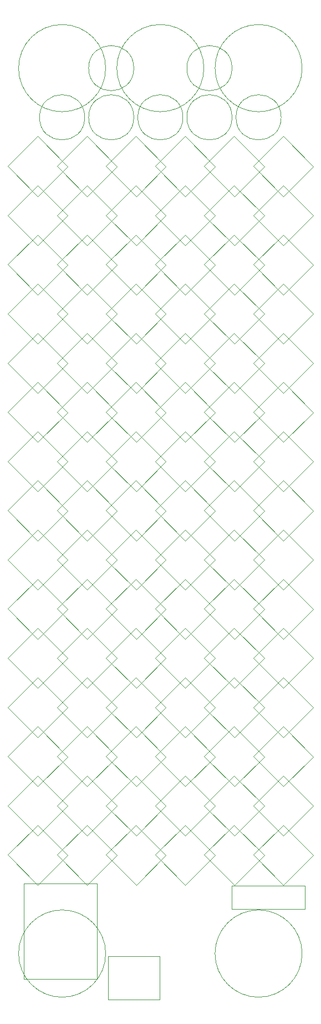
<source format=gbr>
%TF.GenerationSoftware,KiCad,Pcbnew,7.0.6-7.0.6~ubuntu22.04.1*%
%TF.CreationDate,2023-08-02T18:39:05+01:00*%
%TF.ProjectId,working,776f726b-696e-4672-9e6b-696361645f70,rev?*%
%TF.SameCoordinates,Original*%
%TF.FileFunction,Other,User*%
%FSLAX46Y46*%
G04 Gerber Fmt 4.6, Leading zero omitted, Abs format (unit mm)*
G04 Created by KiCad (PCBNEW 7.0.6-7.0.6~ubuntu22.04.1) date 2023-08-02 18:39:05*
%MOMM*%
%LPD*%
G01*
G04 APERTURE LIST*
%ADD10C,0.050000*%
G04 APERTURE END LIST*
D10*
%TO.C,L74*%
X-15792955Y37553239D02*
X-11196761Y32957045D01*
X-11196761Y32957045D02*
X-6635922Y37517883D01*
X-11232117Y42114078D02*
X-15792955Y37553239D01*
X-6635922Y37517883D02*
X-11232117Y42114078D01*
%TO.C,L17*%
X6707045Y-37446761D02*
X11303239Y-42042955D01*
X11303239Y-42042955D02*
X15864078Y-37482117D01*
X11267883Y-32885922D02*
X6707045Y-37446761D01*
X15864078Y-37482117D02*
X11267883Y-32885922D01*
%TO.C,L88*%
X-792955Y52553239D02*
X3803239Y47957045D01*
X3803239Y47957045D02*
X8364078Y52517883D01*
X3767883Y57114078D02*
X-792955Y52553239D01*
X8364078Y52517883D02*
X3767883Y57114078D01*
%TO.C,L90*%
X14207045Y52553239D02*
X18803239Y47957045D01*
X18803239Y47957045D02*
X23364078Y52517883D01*
X18767883Y57114078D02*
X14207045Y52553239D01*
X23364078Y52517883D02*
X18767883Y57114078D01*
%TO.C,L10*%
X-792955Y-44946761D02*
X3803239Y-49542955D01*
X3803239Y-49542955D02*
X8364078Y-44982117D01*
X3767883Y-40385922D02*
X-792955Y-44946761D01*
X8364078Y-44982117D02*
X3767883Y-40385922D01*
%TO.C,J3*%
X-7940000Y-67935000D02*
X-7940000Y-74495000D01*
X-7940000Y-74495000D02*
X-140000Y-74495000D01*
X-140000Y-67935000D02*
X-7940000Y-67935000D01*
X-140000Y-74495000D02*
X-140000Y-67935000D01*
%TO.C,L70*%
X-792955Y30053239D02*
X3803239Y25457045D01*
X3803239Y25457045D02*
X8364078Y30017883D01*
X3767883Y34614078D02*
X-792955Y30053239D01*
X8364078Y30017883D02*
X3767883Y34614078D01*
%TO.C,L80*%
X-15792955Y45053239D02*
X-11196761Y40457045D01*
X-11196761Y40457045D02*
X-6635922Y45017883D01*
X-11232117Y49614078D02*
X-15792955Y45053239D01*
X-6635922Y45017883D02*
X-11232117Y49614078D01*
%TO.C,L13*%
X-23292955Y-37446761D02*
X-18696761Y-42042955D01*
X-18696761Y-42042955D02*
X-14135922Y-37482117D01*
X-18732117Y-32885922D02*
X-23292955Y-37446761D01*
X-14135922Y-37482117D02*
X-18732117Y-32885922D01*
%TO.C,L9*%
X-8292955Y-44946761D02*
X-3696761Y-49542955D01*
X-3696761Y-49542955D02*
X864078Y-44982117D01*
X-3732117Y-40385922D02*
X-8292955Y-44946761D01*
X864078Y-44982117D02*
X-3732117Y-40385922D01*
%TO.C,J2*%
X10900000Y-60728000D02*
X22100000Y-60728000D01*
X22100000Y-60728000D02*
X22100000Y-57128000D01*
X10900000Y-57128000D02*
X10900000Y-60728000D01*
X22100000Y-57128000D02*
X10900000Y-57128000D01*
%TO.C,L86*%
X-15792955Y52553239D02*
X-11196761Y47957045D01*
X-11196761Y47957045D02*
X-6635922Y52517883D01*
X-11232117Y57114078D02*
X-15792955Y52553239D01*
X-6635922Y52517883D02*
X-11232117Y57114078D01*
%TO.C,L71*%
X6707045Y30053239D02*
X11303239Y25457045D01*
X11303239Y25457045D02*
X15864078Y30017883D01*
X11267883Y34614078D02*
X6707045Y30053239D01*
X15864078Y30017883D02*
X11267883Y34614078D01*
%TO.C,L69*%
X-8292955Y30053239D02*
X-3696761Y25457045D01*
X-3696761Y25457045D02*
X864078Y30017883D01*
X-3732117Y34614078D02*
X-8292955Y30053239D01*
X864078Y30017883D02*
X-3732117Y34614078D01*
%TO.C,L72*%
X14207045Y30053239D02*
X18803239Y25457045D01*
X18803239Y25457045D02*
X23364078Y30017883D01*
X18767883Y34614078D02*
X14207045Y30053239D01*
X23364078Y30017883D02*
X18767883Y34614078D01*
%TO.C,L63*%
X-8292955Y22553239D02*
X-3696761Y17957045D01*
X-3696761Y17957045D02*
X864078Y22517883D01*
X-3732117Y27114078D02*
X-8292955Y22553239D01*
X864078Y22517883D02*
X-3732117Y27114078D01*
%TO.C,L20*%
X-15792955Y-29946761D02*
X-11196761Y-34542955D01*
X-11196761Y-34542955D02*
X-6635922Y-29982117D01*
X-11232117Y-25385922D02*
X-15792955Y-29946761D01*
X-6635922Y-29982117D02*
X-11232117Y-25385922D01*
%TO.C,L87*%
X-8292955Y52553239D02*
X-3696761Y47957045D01*
X-3696761Y47957045D02*
X864078Y52517883D01*
X-3732117Y57114078D02*
X-8292955Y52553239D01*
X864078Y52517883D02*
X-3732117Y57114078D01*
%TO.C,H13*%
X10950000Y60000000D02*
G75*
G03*
X10950000Y60000000I-3450000J0D01*
G01*
%TO.C,L58*%
X-792955Y15053239D02*
X3803239Y10457045D01*
X3803239Y10457045D02*
X8364078Y15017883D01*
X3767883Y19614078D02*
X-792955Y15053239D01*
X8364078Y15017883D02*
X3767883Y19614078D01*
%TO.C,L42*%
X14207045Y-7446761D02*
X18803239Y-12042955D01*
X18803239Y-12042955D02*
X23364078Y-7482117D01*
X18767883Y-2885922D02*
X14207045Y-7446761D01*
X23364078Y-7482117D02*
X18767883Y-2885922D01*
%TO.C,L16*%
X-792955Y-37446761D02*
X3803239Y-42042955D01*
X3803239Y-42042955D02*
X8364078Y-37482117D01*
X3767883Y-32885922D02*
X-792955Y-37446761D01*
X8364078Y-37482117D02*
X3767883Y-32885922D01*
%TO.C,L79*%
X-23292955Y45053239D02*
X-18696761Y40457045D01*
X-18696761Y40457045D02*
X-14135922Y45017883D01*
X-18732117Y49614078D02*
X-23292955Y45053239D01*
X-14135922Y45017883D02*
X-18732117Y49614078D01*
%TO.C,L45*%
X-8292955Y53239D02*
X-3696761Y-4542955D01*
X-3696761Y-4542955D02*
X864078Y17883D01*
X-3732117Y4614078D02*
X-8292955Y53239D01*
X864078Y17883D02*
X-3732117Y4614078D01*
%TO.C,L38*%
X-15792955Y-7446761D02*
X-11196761Y-12042955D01*
X-11196761Y-12042955D02*
X-6635922Y-7482117D01*
X-11232117Y-2885922D02*
X-15792955Y-7446761D01*
X-6635922Y-7482117D02*
X-11232117Y-2885922D01*
%TO.C,H2*%
X21650000Y-67500000D02*
G75*
G03*
X21650000Y-67500000I-6650000J0D01*
G01*
%TO.C,L85*%
X-23292955Y52553239D02*
X-18696761Y47957045D01*
X-18696761Y47957045D02*
X-14135922Y52517883D01*
X-18732117Y57114078D02*
X-23292955Y52553239D01*
X-14135922Y52517883D02*
X-18732117Y57114078D01*
%TO.C,L1*%
X-23292955Y-52446761D02*
X-18696761Y-57042955D01*
X-18696761Y-57042955D02*
X-14135922Y-52482117D01*
X-18732117Y-47885922D02*
X-23292955Y-52446761D01*
X-14135922Y-52482117D02*
X-18732117Y-47885922D01*
%TO.C,L61*%
X-23292955Y22553239D02*
X-18696761Y17957045D01*
X-18696761Y17957045D02*
X-14135922Y22517883D01*
X-18732117Y27114078D02*
X-23292955Y22553239D01*
X-14135922Y22517883D02*
X-18732117Y27114078D01*
%TO.C,L89*%
X6707045Y52553239D02*
X11303239Y47957045D01*
X11303239Y47957045D02*
X15864078Y52517883D01*
X11267883Y57114078D02*
X6707045Y52553239D01*
X15864078Y52517883D02*
X11267883Y57114078D01*
%TO.C,L4*%
X-792955Y-52446761D02*
X3803239Y-57042955D01*
X3803239Y-57042955D02*
X8364078Y-52482117D01*
X3767883Y-47885922D02*
X-792955Y-52446761D01*
X8364078Y-52482117D02*
X3767883Y-47885922D01*
%TO.C,H12*%
X3450000Y60000000D02*
G75*
G03*
X3450000Y60000000I-3450000J0D01*
G01*
%TO.C,L50*%
X-15792955Y7553239D02*
X-11196761Y2957045D01*
X-11196761Y2957045D02*
X-6635922Y7517883D01*
X-11232117Y12114078D02*
X-15792955Y7553239D01*
X-6635922Y7517883D02*
X-11232117Y12114078D01*
%TO.C,L75*%
X-8292955Y37553239D02*
X-3696761Y32957045D01*
X-3696761Y32957045D02*
X864078Y37517883D01*
X-3732117Y42114078D02*
X-8292955Y37553239D01*
X864078Y37517883D02*
X-3732117Y42114078D01*
%TO.C,L3*%
X-8292955Y-52446761D02*
X-3696761Y-57042955D01*
X-3696761Y-57042955D02*
X864078Y-52482117D01*
X-3732117Y-47885922D02*
X-8292955Y-52446761D01*
X864078Y-52482117D02*
X-3732117Y-47885922D01*
%TO.C,H5*%
X21650000Y67500000D02*
G75*
G03*
X21650000Y67500000I-6650000J0D01*
G01*
%TO.C,L76*%
X-792955Y37553239D02*
X3803239Y32957045D01*
X3803239Y32957045D02*
X8364078Y37517883D01*
X3767883Y42114078D02*
X-792955Y37553239D01*
X8364078Y37517883D02*
X3767883Y42114078D01*
%TO.C,L27*%
X-8292955Y-22446761D02*
X-3696761Y-27042955D01*
X-3696761Y-27042955D02*
X864078Y-22482117D01*
X-3732117Y-17885922D02*
X-8292955Y-22446761D01*
X864078Y-22482117D02*
X-3732117Y-17885922D01*
%TO.C,L7*%
X-23292955Y-44946761D02*
X-18696761Y-49542955D01*
X-18696761Y-49542955D02*
X-14135922Y-44982117D01*
X-18732117Y-40385922D02*
X-23292955Y-44946761D01*
X-14135922Y-44982117D02*
X-18732117Y-40385922D01*
%TO.C,L64*%
X-792955Y22553239D02*
X3803239Y17957045D01*
X3803239Y17957045D02*
X8364078Y22517883D01*
X3767883Y27114078D02*
X-792955Y22553239D01*
X8364078Y22517883D02*
X3767883Y27114078D01*
%TO.C,L35*%
X6707045Y-14946761D02*
X11303239Y-19542955D01*
X11303239Y-19542955D02*
X15864078Y-14982117D01*
X11267883Y-10385922D02*
X6707045Y-14946761D01*
X15864078Y-14982117D02*
X11267883Y-10385922D01*
%TO.C,L12*%
X14207045Y-44946761D02*
X18803239Y-49542955D01*
X18803239Y-49542955D02*
X23364078Y-44982117D01*
X18767883Y-40385922D02*
X14207045Y-44946761D01*
X23364078Y-44982117D02*
X18767883Y-40385922D01*
%TO.C,L65*%
X6707045Y22553239D02*
X11303239Y17957045D01*
X11303239Y17957045D02*
X15864078Y22517883D01*
X11267883Y27114078D02*
X6707045Y22553239D01*
X15864078Y22517883D02*
X11267883Y27114078D01*
%TO.C,L53*%
X6707045Y7553239D02*
X11303239Y2957045D01*
X11303239Y2957045D02*
X15864078Y7517883D01*
X11267883Y12114078D02*
X6707045Y7553239D01*
X15864078Y7517883D02*
X11267883Y12114078D01*
%TO.C,L60*%
X14207045Y15053239D02*
X18803239Y10457045D01*
X18803239Y10457045D02*
X23364078Y15017883D01*
X18767883Y19614078D02*
X14207045Y15053239D01*
X23364078Y15017883D02*
X18767883Y19614078D01*
%TO.C,L78*%
X14207045Y37553239D02*
X18803239Y32957045D01*
X18803239Y32957045D02*
X23364078Y37517883D01*
X18767883Y42114078D02*
X14207045Y37553239D01*
X23364078Y37517883D02*
X18767883Y42114078D01*
%TO.C,L23*%
X6707045Y-29946761D02*
X11303239Y-34542955D01*
X11303239Y-34542955D02*
X15864078Y-29982117D01*
X11267883Y-25385922D02*
X6707045Y-29946761D01*
X15864078Y-29982117D02*
X11267883Y-25385922D01*
%TO.C,L41*%
X6707045Y-7446761D02*
X11303239Y-12042955D01*
X11303239Y-12042955D02*
X15864078Y-7482117D01*
X11267883Y-2885922D02*
X6707045Y-7446761D01*
X15864078Y-7482117D02*
X11267883Y-2885922D01*
%TO.C,L83*%
X6707045Y45053239D02*
X11303239Y40457045D01*
X11303239Y40457045D02*
X15864078Y45017883D01*
X11267883Y49614078D02*
X6707045Y45053239D01*
X15864078Y45017883D02*
X11267883Y49614078D01*
%TO.C,L2*%
X-15792955Y-52446761D02*
X-11196761Y-57042955D01*
X-11196761Y-57042955D02*
X-6635922Y-52482117D01*
X-11232117Y-47885922D02*
X-15792955Y-52446761D01*
X-6635922Y-52482117D02*
X-11232117Y-47885922D01*
%TO.C,L15*%
X-8292955Y-37446761D02*
X-3696761Y-42042955D01*
X-3696761Y-42042955D02*
X864078Y-37482117D01*
X-3732117Y-32885922D02*
X-8292955Y-37446761D01*
X864078Y-37482117D02*
X-3732117Y-32885922D01*
%TO.C,L6*%
X14207045Y-52446761D02*
X18803239Y-57042955D01*
X18803239Y-57042955D02*
X23364078Y-52482117D01*
X18767883Y-47885922D02*
X14207045Y-52446761D01*
X23364078Y-52482117D02*
X18767883Y-47885922D01*
%TO.C,L22*%
X-792955Y-29946761D02*
X3803239Y-34542955D01*
X3803239Y-34542955D02*
X8364078Y-29982117D01*
X3767883Y-25385922D02*
X-792955Y-29946761D01*
X8364078Y-29982117D02*
X3767883Y-25385922D01*
%TO.C,L48*%
X14207045Y53239D02*
X18803239Y-4542955D01*
X18803239Y-4542955D02*
X23364078Y17883D01*
X18767883Y4614078D02*
X14207045Y53239D01*
X23364078Y17883D02*
X18767883Y4614078D01*
%TO.C,H4*%
X6650000Y67500000D02*
G75*
G03*
X6650000Y67500000I-6650000J0D01*
G01*
%TO.C,L55*%
X-23292955Y15053239D02*
X-18696761Y10457045D01*
X-18696761Y10457045D02*
X-14135922Y15017883D01*
X-18732117Y19614078D02*
X-23292955Y15053239D01*
X-14135922Y15017883D02*
X-18732117Y19614078D01*
%TO.C,L66*%
X14207045Y22553239D02*
X18803239Y17957045D01*
X18803239Y17957045D02*
X23364078Y22517883D01*
X18767883Y27114078D02*
X14207045Y22553239D01*
X23364078Y22517883D02*
X18767883Y27114078D01*
%TO.C,L5*%
X6707045Y-52446761D02*
X11303239Y-57042955D01*
X11303239Y-57042955D02*
X15864078Y-52482117D01*
X11267883Y-47885922D02*
X6707045Y-52446761D01*
X15864078Y-52482117D02*
X11267883Y-47885922D01*
%TO.C,L34*%
X-792955Y-14946761D02*
X3803239Y-19542955D01*
X3803239Y-19542955D02*
X8364078Y-14982117D01*
X3767883Y-10385922D02*
X-792955Y-14946761D01*
X8364078Y-14982117D02*
X3767883Y-10385922D01*
%TO.C,L30*%
X14207045Y-22446761D02*
X18803239Y-27042955D01*
X18803239Y-27042955D02*
X23364078Y-22482117D01*
X18767883Y-17885922D02*
X14207045Y-22446761D01*
X23364078Y-22482117D02*
X18767883Y-17885922D01*
%TO.C,L59*%
X6707045Y15053239D02*
X11303239Y10457045D01*
X11303239Y10457045D02*
X15864078Y15017883D01*
X11267883Y19614078D02*
X6707045Y15053239D01*
X15864078Y15017883D02*
X11267883Y19614078D01*
%TO.C,L11*%
X6707045Y-44946761D02*
X11303239Y-49542955D01*
X11303239Y-49542955D02*
X15864078Y-44982117D01*
X11267883Y-40385922D02*
X6707045Y-44946761D01*
X15864078Y-44982117D02*
X11267883Y-40385922D01*
%TO.C,L46*%
X-792955Y53239D02*
X3803239Y-4542955D01*
X3803239Y-4542955D02*
X8364078Y17883D01*
X3767883Y4614078D02*
X-792955Y53239D01*
X8364078Y17883D02*
X3767883Y4614078D01*
%TO.C,H10*%
X-11550000Y60000000D02*
G75*
G03*
X-11550000Y60000000I-3450000J0D01*
G01*
%TO.C,L82*%
X-792955Y45053239D02*
X3803239Y40457045D01*
X3803239Y40457045D02*
X8364078Y45017883D01*
X3767883Y49614078D02*
X-792955Y45053239D01*
X8364078Y45017883D02*
X3767883Y49614078D01*
%TO.C,L19*%
X-23292955Y-29946761D02*
X-18696761Y-34542955D01*
X-18696761Y-34542955D02*
X-14135922Y-29982117D01*
X-18732117Y-25385922D02*
X-23292955Y-29946761D01*
X-14135922Y-29982117D02*
X-18732117Y-25385922D01*
%TO.C,L73*%
X-23292955Y37553239D02*
X-18696761Y32957045D01*
X-18696761Y32957045D02*
X-14135922Y37517883D01*
X-18732117Y42114078D02*
X-23292955Y37553239D01*
X-14135922Y37517883D02*
X-18732117Y42114078D01*
%TO.C,L44*%
X-15792955Y53239D02*
X-11196761Y-4542955D01*
X-11196761Y-4542955D02*
X-6635922Y17883D01*
X-11232117Y4614078D02*
X-15792955Y53239D01*
X-6635922Y17883D02*
X-11232117Y4614078D01*
%TO.C,L33*%
X-8292955Y-14946761D02*
X-3696761Y-19542955D01*
X-3696761Y-19542955D02*
X864078Y-14982117D01*
X-3732117Y-10385922D02*
X-8292955Y-14946761D01*
X864078Y-14982117D02*
X-3732117Y-10385922D01*
%TO.C,L21*%
X-8292955Y-29946761D02*
X-3696761Y-34542955D01*
X-3696761Y-34542955D02*
X864078Y-29982117D01*
X-3732117Y-25385922D02*
X-8292955Y-29946761D01*
X864078Y-29982117D02*
X-3732117Y-25385922D01*
%TO.C,L31*%
X-23292955Y-14946761D02*
X-18696761Y-19542955D01*
X-18696761Y-19542955D02*
X-14135922Y-14982117D01*
X-18732117Y-10385922D02*
X-23292955Y-14946761D01*
X-14135922Y-14982117D02*
X-18732117Y-10385922D01*
%TO.C,L25*%
X-23292955Y-22446761D02*
X-18696761Y-27042955D01*
X-18696761Y-27042955D02*
X-14135922Y-22482117D01*
X-18732117Y-17885922D02*
X-23292955Y-22446761D01*
X-14135922Y-22482117D02*
X-18732117Y-17885922D01*
%TO.C,L40*%
X-792955Y-7446761D02*
X3803239Y-12042955D01*
X3803239Y-12042955D02*
X8364078Y-7482117D01*
X3767883Y-2885922D02*
X-792955Y-7446761D01*
X8364078Y-7482117D02*
X3767883Y-2885922D01*
%TO.C,L24*%
X14207045Y-29946761D02*
X18803239Y-34542955D01*
X18803239Y-34542955D02*
X23364078Y-29982117D01*
X18767883Y-25385922D02*
X14207045Y-29946761D01*
X23364078Y-29982117D02*
X18767883Y-25385922D01*
%TO.C,L57*%
X-8292955Y15053239D02*
X-3696761Y10457045D01*
X-3696761Y10457045D02*
X864078Y15017883D01*
X-3732117Y19614078D02*
X-8292955Y15053239D01*
X864078Y15017883D02*
X-3732117Y19614078D01*
%TO.C,H1*%
X-8350000Y-67500000D02*
G75*
G03*
X-8350000Y-67500000I-6650000J0D01*
G01*
%TO.C,L43*%
X-23292955Y53239D02*
X-18696761Y-4542955D01*
X-18696761Y-4542955D02*
X-14135922Y17883D01*
X-18732117Y4614078D02*
X-23292955Y53239D01*
X-14135922Y17883D02*
X-18732117Y4614078D01*
%TO.C,L36*%
X14207045Y-14946761D02*
X18803239Y-19542955D01*
X18803239Y-19542955D02*
X23364078Y-14982117D01*
X18767883Y-10385922D02*
X14207045Y-14946761D01*
X23364078Y-14982117D02*
X18767883Y-10385922D01*
%TO.C,L77*%
X6707045Y37553239D02*
X11303239Y32957045D01*
X11303239Y32957045D02*
X15864078Y37517883D01*
X11267883Y42114078D02*
X6707045Y37553239D01*
X15864078Y37517883D02*
X11267883Y42114078D01*
%TO.C,L51*%
X-8292955Y7553239D02*
X-3696761Y2957045D01*
X-3696761Y2957045D02*
X864078Y7517883D01*
X-3732117Y12114078D02*
X-8292955Y7553239D01*
X864078Y7517883D02*
X-3732117Y12114078D01*
%TO.C,L8*%
X-15792955Y-44946761D02*
X-11196761Y-49542955D01*
X-11196761Y-49542955D02*
X-6635922Y-44982117D01*
X-11232117Y-40385922D02*
X-15792955Y-44946761D01*
X-6635922Y-44982117D02*
X-11232117Y-40385922D01*
%TO.C,H3*%
X-8350000Y67500000D02*
G75*
G03*
X-8350000Y67500000I-6650000J0D01*
G01*
%TO.C,L49*%
X-23292955Y7553239D02*
X-18696761Y2957045D01*
X-18696761Y2957045D02*
X-14135922Y7517883D01*
X-18732117Y12114078D02*
X-23292955Y7553239D01*
X-14135922Y7517883D02*
X-18732117Y12114078D01*
%TO.C,L18*%
X14207045Y-37446761D02*
X18803239Y-42042955D01*
X18803239Y-42042955D02*
X23364078Y-37482117D01*
X18767883Y-32885922D02*
X14207045Y-37446761D01*
X23364078Y-37482117D02*
X18767883Y-32885922D01*
%TO.C,L14*%
X-15792955Y-37446761D02*
X-11196761Y-42042955D01*
X-11196761Y-42042955D02*
X-6635922Y-37482117D01*
X-11232117Y-32885922D02*
X-15792955Y-37446761D01*
X-6635922Y-37482117D02*
X-11232117Y-32885922D01*
%TO.C,L28*%
X-792955Y-22446761D02*
X3803239Y-27042955D01*
X3803239Y-27042955D02*
X8364078Y-22482117D01*
X3767883Y-17885922D02*
X-792955Y-22446761D01*
X8364078Y-22482117D02*
X3767883Y-17885922D01*
%TO.C,L37*%
X-23292955Y-7446761D02*
X-18696761Y-12042955D01*
X-18696761Y-12042955D02*
X-14135922Y-7482117D01*
X-18732117Y-2885922D02*
X-23292955Y-7446761D01*
X-14135922Y-7482117D02*
X-18732117Y-2885922D01*
%TO.C,H14*%
X18450000Y60000000D02*
G75*
G03*
X18450000Y60000000I-3450000J0D01*
G01*
%TO.C,H15*%
X-4050000Y67500000D02*
G75*
G03*
X-4050000Y67500000I-3450000J0D01*
G01*
%TO.C,J1*%
X-9660000Y-56855000D02*
X-9660000Y-71415000D01*
X-20820000Y-56855000D02*
X-9660000Y-56855000D01*
X-9660000Y-71415000D02*
X-20820000Y-71415000D01*
X-20820000Y-71415000D02*
X-20820000Y-56855000D01*
%TO.C,L81*%
X-8292955Y45053239D02*
X-3696761Y40457045D01*
X-3696761Y40457045D02*
X864078Y45017883D01*
X-3732117Y49614078D02*
X-8292955Y45053239D01*
X864078Y45017883D02*
X-3732117Y49614078D01*
%TO.C,L29*%
X6707045Y-22446761D02*
X11303239Y-27042955D01*
X11303239Y-27042955D02*
X15864078Y-22482117D01*
X11267883Y-17885922D02*
X6707045Y-22446761D01*
X15864078Y-22482117D02*
X11267883Y-17885922D01*
%TO.C,L52*%
X-792955Y7553239D02*
X3803239Y2957045D01*
X3803239Y2957045D02*
X8364078Y7517883D01*
X3767883Y12114078D02*
X-792955Y7553239D01*
X8364078Y7517883D02*
X3767883Y12114078D01*
%TO.C,L84*%
X14207045Y45053239D02*
X18803239Y40457045D01*
X18803239Y40457045D02*
X23364078Y45017883D01*
X18767883Y49614078D02*
X14207045Y45053239D01*
X23364078Y45017883D02*
X18767883Y49614078D01*
%TO.C,L56*%
X-15792955Y15053239D02*
X-11196761Y10457045D01*
X-11196761Y10457045D02*
X-6635922Y15017883D01*
X-11232117Y19614078D02*
X-15792955Y15053239D01*
X-6635922Y15017883D02*
X-11232117Y19614078D01*
%TO.C,L32*%
X-15792955Y-14946761D02*
X-11196761Y-19542955D01*
X-11196761Y-19542955D02*
X-6635922Y-14982117D01*
X-11232117Y-10385922D02*
X-15792955Y-14946761D01*
X-6635922Y-14982117D02*
X-11232117Y-10385922D01*
%TO.C,L39*%
X-8292955Y-7446761D02*
X-3696761Y-12042955D01*
X-3696761Y-12042955D02*
X864078Y-7482117D01*
X-3732117Y-2885922D02*
X-8292955Y-7446761D01*
X864078Y-7482117D02*
X-3732117Y-2885922D01*
%TO.C,L26*%
X-15792955Y-22446761D02*
X-11196761Y-27042955D01*
X-11196761Y-27042955D02*
X-6635922Y-22482117D01*
X-11232117Y-17885922D02*
X-15792955Y-22446761D01*
X-6635922Y-22482117D02*
X-11232117Y-17885922D01*
%TO.C,L47*%
X6707045Y53239D02*
X11303239Y-4542955D01*
X11303239Y-4542955D02*
X15864078Y17883D01*
X11267883Y4614078D02*
X6707045Y53239D01*
X15864078Y17883D02*
X11267883Y4614078D01*
%TO.C,H16*%
X10950000Y67500000D02*
G75*
G03*
X10950000Y67500000I-3450000J0D01*
G01*
%TO.C,L62*%
X-15792955Y22553239D02*
X-11196761Y17957045D01*
X-11196761Y17957045D02*
X-6635922Y22517883D01*
X-11232117Y27114078D02*
X-15792955Y22553239D01*
X-6635922Y22517883D02*
X-11232117Y27114078D01*
%TO.C,H11*%
X-4050000Y60000000D02*
G75*
G03*
X-4050000Y60000000I-3450000J0D01*
G01*
%TO.C,L68*%
X-15792955Y30053239D02*
X-11196761Y25457045D01*
X-11196761Y25457045D02*
X-6635922Y30017883D01*
X-11232117Y34614078D02*
X-15792955Y30053239D01*
X-6635922Y30017883D02*
X-11232117Y34614078D01*
%TO.C,L54*%
X14207045Y7553239D02*
X18803239Y2957045D01*
X18803239Y2957045D02*
X23364078Y7517883D01*
X18767883Y12114078D02*
X14207045Y7553239D01*
X23364078Y7517883D02*
X18767883Y12114078D01*
%TO.C,L67*%
X-23292955Y30053239D02*
X-18696761Y25457045D01*
X-18696761Y25457045D02*
X-14135922Y30017883D01*
X-18732117Y34614078D02*
X-23292955Y30053239D01*
X-14135922Y30017883D02*
X-18732117Y34614078D01*
%TD*%
M02*

</source>
